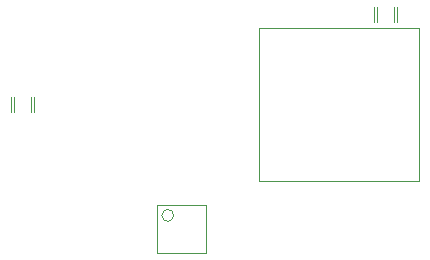
<source format=gbr>
%TF.GenerationSoftware,Altium Limited,Altium Designer,24.2.2 (26)*%
G04 Layer_Color=16711935*
%FSLAX45Y45*%
%MOMM*%
%TF.SameCoordinates,3B1DD697-BB8E-4966-B076-04D6E0BCF24A*%
%TF.FilePolarity,Positive*%
%TF.FileFunction,Other,Mechanical_13*%
%TF.Part,Single*%
G01*
G75*
%TA.AperFunction,NonConductor*%
%ADD54C,0.10000*%
D54*
X2142260Y1725360D02*
G03*
X2142260Y1725360I-50000J0D01*
G01*
X2864300Y2019460D02*
Y3309460D01*
X4222300Y2019460D02*
Y3309460D01*
X2864300D02*
X4222300D01*
X2864300Y2019460D02*
X4222300D01*
X3867000Y3366500D02*
Y3491500D01*
X4007000Y3366500D02*
Y3491500D01*
X3837000Y3366496D02*
Y3491496D01*
X4037000Y3366496D02*
Y3491496D01*
X2002260Y1405360D02*
Y1815360D01*
X2412260Y1405360D02*
Y1815360D01*
X2002260D02*
X2412260D01*
X2002260Y1405360D02*
X2412260D01*
X793600Y2604500D02*
Y2729500D01*
X933600Y2604500D02*
Y2729500D01*
X763600Y2604496D02*
Y2729496D01*
X963600Y2604496D02*
Y2729496D01*
%TF.MD5,7bc50b8a41873964d2ee7e7b7b5910a4*%
M02*

</source>
